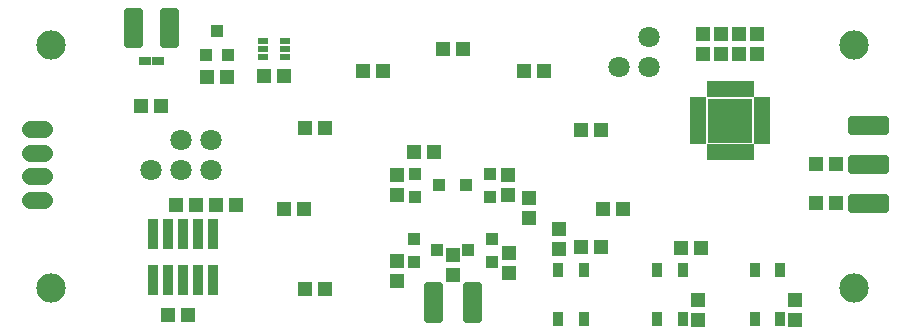
<source format=gbr>
G04 EAGLE Gerber RS-274X export*
G75*
%MOMM*%
%FSLAX34Y34*%
%LPD*%
%INSoldermask Bottom*%
%IPPOS*%
%AMOC8*
5,1,8,0,0,1.08239X$1,22.5*%
G01*
%ADD10C,2.489200*%
%ADD11R,1.103200X1.003200*%
%ADD12C,1.803200*%
%ADD13R,0.965200X2.616200*%
%ADD14C,1.411200*%
%ADD15R,1.203200X1.203200*%
%ADD16R,0.973200X0.623200*%
%ADD17C,0.689375*%
%ADD18R,1.003200X0.803200*%
%ADD19R,0.853200X1.253200*%
%ADD20R,1.003200X1.103200*%
%ADD21R,1.353200X0.473200*%
%ADD22R,0.473200X1.353200*%
%ADD23R,3.800000X3.800000*%


D10*
X45000Y251337D03*
X45000Y45089D03*
X724958Y251337D03*
X724958Y45089D03*
D11*
X397924Y76962D03*
X417924Y86462D03*
X417924Y67462D03*
X371696Y76962D03*
X351696Y67462D03*
X351696Y86462D03*
X373220Y132080D03*
X353220Y122580D03*
X353220Y141580D03*
X396400Y132080D03*
X416400Y141580D03*
X416400Y122580D03*
D12*
X154940Y170180D03*
X154940Y144780D03*
X180340Y170180D03*
X180340Y144780D03*
X129540Y144780D03*
D13*
X181610Y51562D03*
X181610Y90678D03*
X168910Y51562D03*
X168910Y90678D03*
X156210Y51562D03*
X156210Y90678D03*
X143510Y51562D03*
X143510Y90678D03*
X130810Y51562D03*
X130810Y90678D03*
D14*
X39020Y119760D02*
X26940Y119760D01*
X26940Y139760D02*
X39020Y139760D01*
X39020Y159760D02*
X26940Y159760D01*
X26940Y179760D02*
X39020Y179760D01*
D15*
X611632Y243468D03*
X611632Y260468D03*
X352180Y160020D03*
X369180Y160020D03*
X449580Y121530D03*
X449580Y104530D03*
D16*
X243180Y241150D03*
X243180Y247650D03*
X243180Y254150D03*
X224180Y241150D03*
X224180Y247650D03*
X224180Y254150D03*
D17*
X149349Y279249D02*
X140211Y279249D01*
X149349Y279249D02*
X149349Y251611D01*
X140211Y251611D01*
X140211Y279249D01*
X140211Y258160D02*
X149349Y258160D01*
X149349Y264709D02*
X140211Y264709D01*
X140211Y271258D02*
X149349Y271258D01*
X149349Y277807D02*
X140211Y277807D01*
X118869Y279249D02*
X109731Y279249D01*
X118869Y279249D02*
X118869Y251611D01*
X109731Y251611D01*
X109731Y279249D01*
X109731Y258160D02*
X118869Y258160D01*
X118869Y264709D02*
X109731Y264709D01*
X109731Y271258D02*
X118869Y271258D01*
X118869Y277807D02*
X109731Y277807D01*
X363985Y46839D02*
X373123Y46839D01*
X373123Y19201D01*
X363985Y19201D01*
X363985Y46839D01*
X363985Y25750D02*
X373123Y25750D01*
X373123Y32299D02*
X363985Y32299D01*
X363985Y38848D02*
X373123Y38848D01*
X373123Y45397D02*
X363985Y45397D01*
X396751Y46839D02*
X405889Y46839D01*
X405889Y19201D01*
X396751Y19201D01*
X396751Y46839D01*
X396751Y25750D02*
X405889Y25750D01*
X405889Y32299D02*
X396751Y32299D01*
X396751Y38848D02*
X405889Y38848D01*
X405889Y45397D02*
X396751Y45397D01*
D18*
X124040Y237490D03*
X135040Y237490D03*
D19*
X474390Y60120D03*
X495890Y60120D03*
X474390Y18620D03*
X495890Y18620D03*
X579710Y18620D03*
X558210Y18620D03*
X579710Y60120D03*
X558210Y60120D03*
X662260Y18620D03*
X640760Y18620D03*
X662260Y60120D03*
X640760Y60120D03*
D15*
X384810Y55762D03*
X384810Y72762D03*
X193920Y223520D03*
X176920Y223520D03*
X337820Y123580D03*
X337820Y140580D03*
X337820Y50682D03*
X337820Y67682D03*
X432816Y57794D03*
X432816Y74794D03*
X431800Y140580D03*
X431800Y123580D03*
X276470Y44450D03*
X259470Y44450D03*
X258690Y111760D03*
X241690Y111760D03*
X276470Y180340D03*
X259470Y180340D03*
X326000Y228600D03*
X309000Y228600D03*
X393310Y247650D03*
X376310Y247650D03*
X461890Y228600D03*
X444890Y228600D03*
X510150Y179070D03*
X493150Y179070D03*
X529200Y111760D03*
X512200Y111760D03*
X510404Y80010D03*
X493404Y80010D03*
X595240Y78740D03*
X578240Y78740D03*
X121040Y199390D03*
X138040Y199390D03*
X143392Y22606D03*
X160392Y22606D03*
X474472Y78114D03*
X474472Y95114D03*
D12*
X525526Y232156D03*
D15*
X225180Y224790D03*
X242180Y224790D03*
D20*
X185420Y262730D03*
X194920Y242730D03*
X175920Y242730D03*
D17*
X722781Y121409D02*
X722781Y112271D01*
X722781Y121409D02*
X750419Y121409D01*
X750419Y112271D01*
X722781Y112271D01*
X722781Y118820D02*
X750419Y118820D01*
X722781Y145291D02*
X722781Y154429D01*
X750419Y154429D01*
X750419Y145291D01*
X722781Y145291D01*
X722781Y151840D02*
X750419Y151840D01*
X722781Y178311D02*
X722781Y187449D01*
X750419Y187449D01*
X750419Y178311D01*
X722781Y178311D01*
X722781Y184860D02*
X750419Y184860D01*
D12*
X550926Y232156D03*
X550926Y257556D03*
D15*
X674878Y18424D03*
X674878Y35424D03*
X592582Y18170D03*
X592582Y35170D03*
X709540Y116840D03*
X692540Y116840D03*
X709540Y149860D03*
X692540Y149860D03*
X150250Y115570D03*
X167250Y115570D03*
X184540Y115570D03*
X201540Y115570D03*
X642112Y243468D03*
X642112Y260468D03*
X626872Y243468D03*
X626872Y260468D03*
X596392Y243468D03*
X596392Y260468D03*
D21*
X646760Y169444D03*
X646760Y174444D03*
X646760Y179444D03*
X646760Y184444D03*
X646760Y189444D03*
X646760Y194444D03*
X646760Y199444D03*
X646760Y204444D03*
D22*
X637260Y213944D03*
X632260Y213944D03*
X627260Y213944D03*
X622260Y213944D03*
X617260Y213944D03*
X612260Y213944D03*
X607260Y213944D03*
X602260Y213944D03*
D21*
X592760Y204444D03*
X592760Y199444D03*
X592760Y194444D03*
X592760Y189444D03*
X592760Y184444D03*
X592760Y179444D03*
X592760Y174444D03*
X592760Y169444D03*
D22*
X602260Y159944D03*
X607260Y159944D03*
X612260Y159944D03*
X617260Y159944D03*
X622260Y159944D03*
X627260Y159944D03*
X632260Y159944D03*
X637260Y159944D03*
D23*
X619760Y186944D03*
M02*

</source>
